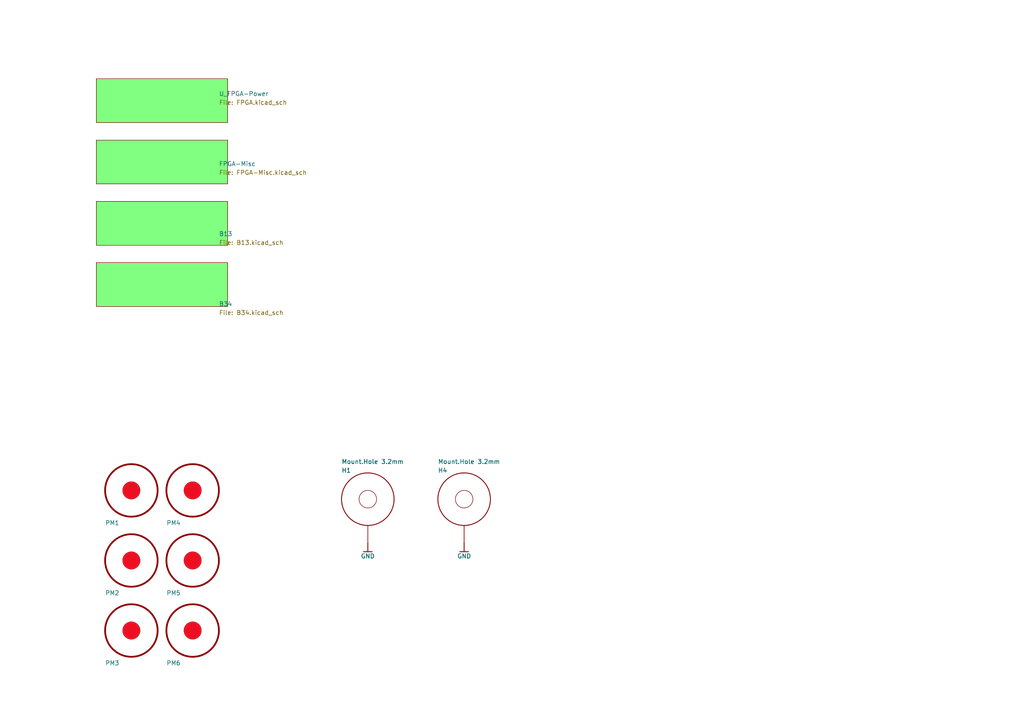
<source format=kicad_sch>
(kicad_sch (version 20230121) (generator eeschema)
  (paper "A4")
  (title_block (title "ZoM Mod A - Connectors") (date "12/16/2014") (rev "01"))
  (lib_symbols
    (symbol "TE0719-altium-import:GND" (power)
      (property "Reference" "#PWR" (at 0 0 0))
      (property "Value" "GND" (at 0 3.81 0))
      (symbol "GND_0_0"
        (polyline (pts (xy -1.27 -2.54) (xy 1.27 -2.54)) (stroke (width 0.254)))
        (polyline (pts (xy 0 0) (xy 0 -2.54)) (stroke (width 0.254)))
        (pin power_in line (at 0 0 0) (length 0) hide (name "GND") (number ""))
      )
    )
    (symbol "TE0719-altium-import:root_0_FIDU-DOT - small"
      (symbol "root_0_FIDU-DOT - small_1_0"
        (circle (center 0 0) (radius 2.54) (stroke (width 0.0001)) (fill (type color) (color 238 14 34 1)))
        (circle (center 0 0) (radius 7.62) (stroke (width 0.508)))
      )
    )
    (symbol "TE0719-altium-import:root_3_MHole"
      (symbol "root_3_MHole_1_0"
        (circle (center 0 0) (radius 2.54))
        (circle (center 0 0) (radius 7.62) (stroke (width 0.254)))
        (pin passive line (at 0 -12.7 90) (length 5.08) (name "1") (number "1"))
      )
    )
  )
  (symbol (lib_id "TE0719-altium-import:root_0_FIDU-DOT - small") (at 38.1 142.24 0) (unit 1)
    (property "Reference" "PM1" (at 30.48 152.4 0) (effects (justify left bottom)))
    (property "Value" "FIDU-DOT - small" (effects hide))
    (property "Footprint" "FIDU-DOT - small" (effects hide))
    (property "AN" "22905" (effects hide))
    (property "MIXED" "FIDU" (effects hide))
  )
  (symbol (lib_id "TE0719-altium-import:root_0_FIDU-DOT - small") (at 38.1 182.88 0) (unit 1)
    (property "Reference" "PM3" (at 30.48 193.04 0) (effects (justify left bottom)))
    (property "Value" "FIDU-DOT - small" (effects hide))
    (property "Footprint" "FIDU-DOT - small" (effects hide))
    (property "AN" "22905" (effects hide))
    (property "MIXED" "FIDU" (effects hide))
  )
  (symbol (lib_id "TE0719-altium-import:GND") (at 134.62 157.48 0) (unit 1)
    (property "Reference" "#PWR?" (effects hide))
    (property "Value" "GND" (at 134.62 161.29 0))
  )
  (symbol (lib_id "TE0719-altium-import:GND") (at 106.68 157.48 0) (unit 1)
    (property "Reference" "#PWR?" (effects hide))
    (property "Value" "GND" (at 106.68 161.29 0))
  )
  (symbol (lib_id "TE0719-altium-import:root_3_MHole") (at 134.62 144.78 0) (unit 1)
    (property "Reference" "H4" (at 127 137.16 0) (effects (justify left bottom)))
    (property "Value" "Mount.Hole 3.2mm" (at 127 134.62 0) (effects (justify left bottom)))
    (property "Footprint" "MHole3_2mm" (effects hide))
    (property "AN" "22898" (effects hide))
    (property "MIXED" "THT" (effects hide))
  )
  (symbol (lib_id "TE0719-altium-import:root_0_FIDU-DOT - small") (at 38.1 162.56 0) (unit 1)
    (property "Reference" "PM2" (at 30.48 172.72 0) (effects (justify left bottom)))
    (property "Value" "FIDU-DOT - small" (effects hide))
    (property "Footprint" "FIDU-DOT - small" (effects hide))
    (property "AN" "22905" (effects hide))
    (property "MIXED" "FIDU" (effects hide))
  )
  (symbol (lib_id "TE0719-altium-import:root_0_FIDU-DOT - small") (at 55.88 182.88 0) (unit 1)
    (property "Reference" "PM6" (at 48.26 193.04 0) (effects (justify left bottom)))
    (property "Value" "FIDU-DOT - small" (effects hide))
    (property "Footprint" "FIDU-DOT - small" (effects hide))
    (property "AN" "22905" (effects hide))
    (property "MIXED" "FIDU" (effects hide))
  )
  (symbol (lib_id "TE0719-altium-import:root_3_MHole") (at 106.68 144.78 0) (unit 1)
    (property "Reference" "H1" (at 99.06 137.16 0) (effects (justify left bottom)))
    (property "Value" "Mount.Hole 3.2mm" (at 99.06 134.62 0) (effects (justify left bottom)))
    (property "Footprint" "MHole3_2mm" (effects hide))
    (property "AN" "22898" (effects hide))
    (property "MIXED" "THT" (effects hide))
  )
  (symbol (lib_id "TE0719-altium-import:root_0_FIDU-DOT - small") (at 55.88 162.56 0) (unit 1)
    (property "Reference" "PM5" (at 48.26 172.72 0) (effects (justify left bottom)))
    (property "Value" "FIDU-DOT - small" (effects hide))
    (property "Footprint" "FIDU-DOT - small" (effects hide))
    (property "AN" "22905" (effects hide))
    (property "MIXED" "FIDU" (effects hide))
  )
  (symbol (lib_id "TE0719-altium-import:root_0_FIDU-DOT - small") (at 55.88 142.24 0) (unit 1)
    (property "Reference" "PM4" (at 48.26 152.4 0) (effects (justify left bottom)))
    (property "Value" "FIDU-DOT - small" (effects hide))
    (property "Footprint" "FIDU-DOT - small" (effects hide))
    (property "AN" "22905" (effects hide))
    (property "MIXED" "FIDU" (effects hide))
  )
  (sheet (at 27.94 76.2) (size 38.1 12.7) (stroke (width 0) (color 128 0 0 1)) (fill (color 128 255 128 1.0000))
    (property "Sheetname" "FPGA-Misc" (at 63.5 48.26 0) (effects (justify left bottom)))
    (property "Sheetfile" "FPGA-Misc.kicad_sch" (at 63.5 50.8 0) (effects (justify left bottom)))
  )
  (sheet (at 27.94 58.42) (size 38.1 12.7) (stroke (width 0) (color 128 0 0 1)) (fill (color 128 255 128 1.0000))
    (property "Sheetname" "B13" (at 63.5 68.58 0) (effects (justify left bottom)))
    (property "Sheetfile" "B13.kicad_sch" (at 63.5 71.12 0) (effects (justify left bottom)))
  )
  (sheet (at 27.94 22.86) (size 38.1 12.7) (stroke (width 0) (color 128 0 0 1)) (fill (color 128 255 128 1.0000))
    (property "Sheetname" "B34" (at 63.5 88.9 0) (effects (justify left bottom)))
    (property "Sheetfile" "B34.kicad_sch" (at 63.5 91.44 0) (effects (justify left bottom)))
  )
  (sheet (at 27.94 40.64) (size 38.1 12.7) (stroke (width 0) (color 128 0 0 1)) (fill (color 128 255 128 1.0000))
    (property "Sheetname" "U_FPGA-Power" (at 63.5 27.94 0) (effects (justify left bottom)))
    (property "Sheetfile" "FPGA.kicad_sch" (at 63.5 30.48 0) (effects (justify left bottom)))
  )
)
</source>
